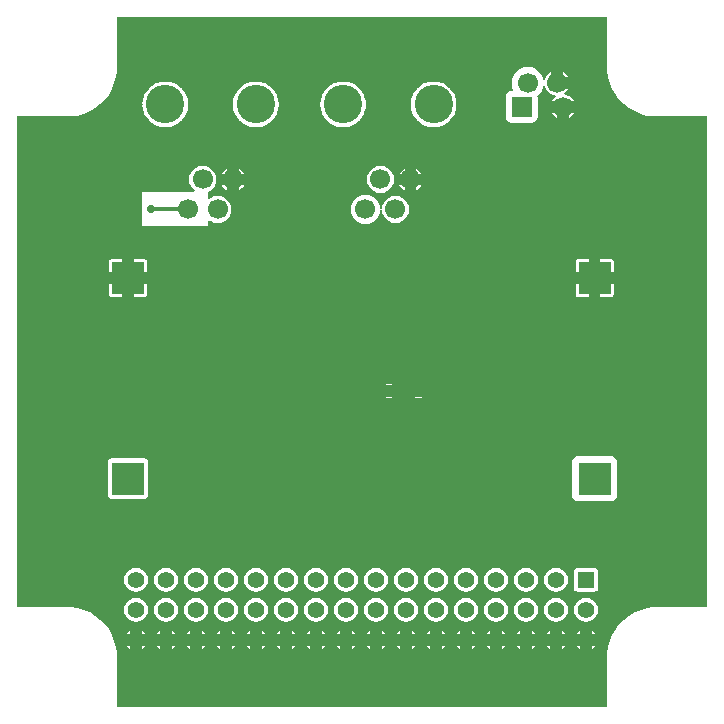
<source format=gbl>
G04 Layer_Physical_Order=2*
G04 Layer_Color=16711680*
%FSLAX43Y43*%
%MOMM*%
G71*
G01*
G75*
%ADD10C,0.300*%
%ADD18C,1.700*%
%ADD19C,3.250*%
%ADD20C,1.400*%
%ADD21R,1.400X1.400*%
%ADD22R,1.700X1.700*%
%ADD23R,2.800X2.800*%
%ADD24C,0.700*%
G36*
X50270Y54405D02*
X50270Y54133D01*
X50341Y53595D01*
X50482Y53071D01*
X50689Y52569D01*
X50961Y52099D01*
X51291Y51668D01*
X51675Y51284D01*
X52106Y50954D01*
X52576Y50682D01*
X53078Y50475D01*
X53602Y50334D01*
X54140Y50263D01*
X54412Y50263D01*
X54412Y50263D01*
X58694Y50263D01*
Y8687D01*
X54412Y8687D01*
Y8687D01*
X54412Y8687D01*
X54140Y8687D01*
X53602Y8616D01*
X53078Y8475D01*
X52576Y8268D01*
X52106Y7996D01*
X51675Y7666D01*
X51291Y7282D01*
X50961Y6851D01*
X50689Y6381D01*
X50482Y5879D01*
X50341Y5355D01*
X50270Y4817D01*
X50270Y4545D01*
X50270Y281D01*
X8730D01*
X8730Y4545D01*
X8730Y4817D01*
X8659Y5355D01*
X8518Y5879D01*
X8311Y6381D01*
X8039Y6851D01*
X7709Y7282D01*
X7325Y7666D01*
X6894Y7996D01*
X6424Y8268D01*
X5922Y8475D01*
X5398Y8616D01*
X4860Y8687D01*
X4588Y8687D01*
X4588Y8687D01*
X4588Y8687D01*
X306Y8687D01*
Y50263D01*
X4588Y50263D01*
X4588Y50263D01*
X4588Y50263D01*
X4860Y50263D01*
X5398Y50334D01*
X5922Y50475D01*
X6424Y50682D01*
X6894Y50954D01*
X7325Y51284D01*
X7709Y51668D01*
X8039Y52099D01*
X8311Y52569D01*
X8518Y53071D01*
X8659Y53595D01*
X8730Y54133D01*
X8730Y54405D01*
X8730Y58669D01*
X50270D01*
X50270Y54405D01*
D02*
G37*
%LPC*%
G36*
X40340Y6696D02*
X40198Y6587D01*
X40089Y6445D01*
X40340D01*
Y6696D01*
D02*
G37*
G36*
X30180Y6696D02*
X30038Y6587D01*
X29929Y6445D01*
X30180D01*
Y6696D01*
D02*
G37*
G36*
X20020Y6696D02*
X19878Y6587D01*
X19769Y6445D01*
X20020D01*
Y6696D01*
D02*
G37*
G36*
X25100Y6696D02*
X24958Y6587D01*
X24849Y6445D01*
X25100D01*
Y6696D01*
D02*
G37*
G36*
X41340Y6696D02*
Y6445D01*
X41591D01*
X41482Y6587D01*
X41340Y6696D01*
D02*
G37*
G36*
X31180Y6696D02*
Y6445D01*
X31431D01*
X31322Y6587D01*
X31180Y6696D01*
D02*
G37*
G36*
X26100Y6696D02*
Y6445D01*
X26351D01*
X26242Y6587D01*
X26100Y6696D01*
D02*
G37*
G36*
X21020Y6696D02*
Y6445D01*
X21271D01*
X21162Y6587D01*
X21020Y6696D01*
D02*
G37*
G36*
X37800Y6696D02*
X37658Y6587D01*
X37549Y6445D01*
X37800D01*
Y6696D01*
D02*
G37*
G36*
X27640D02*
X27498Y6587D01*
X27389Y6445D01*
X27640D01*
Y6696D01*
D02*
G37*
G36*
X32720Y6696D02*
X32578Y6587D01*
X32469Y6445D01*
X32720D01*
Y6696D01*
D02*
G37*
G36*
X33720D02*
Y6445D01*
X33971D01*
X33862Y6587D01*
X33720Y6696D01*
D02*
G37*
G36*
X47960Y6696D02*
X47818Y6587D01*
X47709Y6445D01*
X47960D01*
Y6696D01*
D02*
G37*
G36*
X48960D02*
Y6445D01*
X49211D01*
X49102Y6587D01*
X48960Y6696D01*
D02*
G37*
G36*
X38800D02*
Y6445D01*
X39051D01*
X38942Y6587D01*
X38800Y6696D01*
D02*
G37*
G36*
X28640D02*
Y6445D01*
X28891D01*
X28782Y6587D01*
X28640Y6696D01*
D02*
G37*
G36*
X45420Y6696D02*
X45278Y6587D01*
X45169Y6445D01*
X45420D01*
Y6696D01*
D02*
G37*
G36*
X46420D02*
Y6445D01*
X46671D01*
X46562Y6587D01*
X46420Y6696D01*
D02*
G37*
G36*
X12400Y6696D02*
X12258Y6587D01*
X12149Y6445D01*
X12400D01*
Y6696D01*
D02*
G37*
G36*
X13400D02*
Y6445D01*
X13651D01*
X13542Y6587D01*
X13400Y6696D01*
D02*
G37*
G36*
X35260Y6696D02*
X35118Y6587D01*
X35009Y6445D01*
X35260D01*
Y6696D01*
D02*
G37*
G36*
X36260Y6696D02*
Y6445D01*
X36511D01*
X36402Y6587D01*
X36260Y6696D01*
D02*
G37*
G36*
X22560Y6696D02*
X22418Y6587D01*
X22309Y6445D01*
X22560D01*
Y6696D01*
D02*
G37*
G36*
X23560Y6696D02*
Y6445D01*
X23811D01*
X23702Y6587D01*
X23560Y6696D01*
D02*
G37*
G36*
X9860Y6696D02*
X9718Y6587D01*
X9609Y6445D01*
X9860D01*
Y6696D01*
D02*
G37*
G36*
X14940D02*
X14798Y6587D01*
X14689Y6445D01*
X14940D01*
Y6696D01*
D02*
G37*
G36*
X17480D02*
X17338Y6587D01*
X17229Y6445D01*
X17480D01*
Y6696D01*
D02*
G37*
G36*
X42880D02*
X42738Y6587D01*
X42629Y6445D01*
X42880D01*
Y6696D01*
D02*
G37*
G36*
X15940D02*
Y6445D01*
X16191D01*
X16082Y6587D01*
X15940Y6696D01*
D02*
G37*
G36*
X18480D02*
Y6445D01*
X18731D01*
X18622Y6587D01*
X18480Y6696D01*
D02*
G37*
G36*
X10860D02*
Y6445D01*
X11111D01*
X11002Y6587D01*
X10860Y6696D01*
D02*
G37*
G36*
X43880D02*
Y6445D01*
X44131D01*
X44022Y6587D01*
X43880Y6696D01*
D02*
G37*
G36*
X20020Y5445D02*
X19769D01*
X19878Y5303D01*
X20020Y5194D01*
Y5445D01*
D02*
G37*
G36*
X40340D02*
X40089D01*
X40198Y5303D01*
X40340Y5194D01*
Y5445D01*
D02*
G37*
G36*
X27640Y5445D02*
X27389D01*
X27498Y5303D01*
X27640Y5194D01*
Y5445D01*
D02*
G37*
G36*
X37800D02*
X37549D01*
X37658Y5303D01*
X37800Y5194D01*
Y5445D01*
D02*
G37*
G36*
X14940Y5445D02*
X14689D01*
X14798Y5303D01*
X14940Y5194D01*
Y5445D01*
D02*
G37*
G36*
X17480D02*
X17229D01*
X17338Y5303D01*
X17480Y5194D01*
Y5445D01*
D02*
G37*
G36*
X21271Y5445D02*
X21020D01*
Y5194D01*
X21162Y5303D01*
X21271Y5445D01*
D02*
G37*
G36*
X41591D02*
X41340D01*
Y5194D01*
X41482Y5303D01*
X41591Y5445D01*
D02*
G37*
G36*
X28891Y5445D02*
X28640D01*
Y5194D01*
X28782Y5303D01*
X28891Y5445D01*
D02*
G37*
G36*
X39051D02*
X38800D01*
Y5194D01*
X38942Y5303D01*
X39051Y5445D01*
D02*
G37*
G36*
X32720Y5445D02*
X32469D01*
X32578Y5303D01*
X32720Y5194D01*
Y5445D01*
D02*
G37*
G36*
X33971D02*
X33720D01*
Y5194D01*
X33862Y5303D01*
X33971Y5445D01*
D02*
G37*
G36*
X30180Y5445D02*
X29929D01*
X30038Y5303D01*
X30180Y5194D01*
Y5445D01*
D02*
G37*
G36*
X26351D02*
X26100D01*
Y5194D01*
X26242Y5303D01*
X26351Y5445D01*
D02*
G37*
G36*
X47960Y5445D02*
X47709D01*
X47818Y5303D01*
X47960Y5194D01*
Y5445D01*
D02*
G37*
G36*
X49211D02*
X48960D01*
Y5194D01*
X49102Y5303D01*
X49211Y5445D01*
D02*
G37*
G36*
X45420Y5445D02*
X45169D01*
X45278Y5303D01*
X45420Y5194D01*
Y5445D01*
D02*
G37*
G36*
X46671D02*
X46420D01*
Y5194D01*
X46562Y5303D01*
X46671Y5445D01*
D02*
G37*
G36*
X12400Y5445D02*
X12149D01*
X12258Y5303D01*
X12400Y5194D01*
Y5445D01*
D02*
G37*
G36*
X13651D02*
X13400D01*
Y5194D01*
X13542Y5303D01*
X13651Y5445D01*
D02*
G37*
G36*
X23811Y5445D02*
X23560D01*
Y5194D01*
X23702Y5303D01*
X23811Y5445D01*
D02*
G37*
G36*
X36511Y5445D02*
X36260D01*
Y5194D01*
X36402Y5303D01*
X36511Y5445D01*
D02*
G37*
G36*
X22560Y5445D02*
X22309D01*
X22418Y5303D01*
X22560Y5194D01*
Y5445D01*
D02*
G37*
G36*
X35260Y5445D02*
X35009D01*
X35118Y5303D01*
X35260Y5194D01*
Y5445D01*
D02*
G37*
G36*
X11111Y5445D02*
X10860D01*
Y5194D01*
X11002Y5303D01*
X11111Y5445D01*
D02*
G37*
G36*
X16191D02*
X15940D01*
Y5194D01*
X16082Y5303D01*
X16191Y5445D01*
D02*
G37*
G36*
X42880D02*
X42629D01*
X42738Y5303D01*
X42880Y5194D01*
Y5445D01*
D02*
G37*
G36*
X9860D02*
X9609D01*
X9718Y5303D01*
X9860Y5194D01*
Y5445D01*
D02*
G37*
G36*
X25100Y5445D02*
X24849D01*
X24958Y5303D01*
X25100Y5194D01*
Y5445D01*
D02*
G37*
G36*
X31431D02*
X31180D01*
Y5194D01*
X31322Y5303D01*
X31431Y5445D01*
D02*
G37*
G36*
X18731Y5445D02*
X18480D01*
Y5194D01*
X18622Y5303D01*
X18731Y5445D01*
D02*
G37*
G36*
X44131D02*
X43880D01*
Y5194D01*
X44022Y5303D01*
X44131Y5445D01*
D02*
G37*
G36*
X9185Y38204D02*
X8285D01*
X8207Y38188D01*
X8141Y38144D01*
X8097Y38078D01*
X8081Y38000D01*
Y37100D01*
X9185D01*
Y38204D01*
D02*
G37*
G36*
X50585D02*
X49685D01*
Y37100D01*
X50789D01*
Y38000D01*
X50773Y38078D01*
X50729Y38144D01*
X50663Y38188D01*
X50585Y38204D01*
D02*
G37*
G36*
X50789Y36100D02*
X49685D01*
Y34996D01*
X50585D01*
X50663Y35012D01*
X50729Y35056D01*
X50773Y35122D01*
X50789Y35200D01*
Y36100D01*
D02*
G37*
G36*
X48685Y38204D02*
X47785D01*
X47707Y38188D01*
X47641Y38144D01*
X47597Y38078D01*
X47581Y38000D01*
Y37100D01*
X48685D01*
Y38204D01*
D02*
G37*
G36*
X29785Y43646D02*
X29459Y43603D01*
X29155Y43477D01*
X28893Y43276D01*
X28693Y43015D01*
X28567Y42711D01*
X28524Y42385D01*
X28567Y42059D01*
X28693Y41755D01*
X28893Y41493D01*
X29155Y41293D01*
X29459Y41167D01*
X29785Y41124D01*
X30111Y41167D01*
X30415Y41293D01*
X30677Y41493D01*
X30877Y41755D01*
X31003Y42059D01*
X31034Y42295D01*
X31041Y42352D01*
X31169D01*
X31177Y42295D01*
X31205Y42085D01*
X31320Y41805D01*
X31505Y41565D01*
X31745Y41380D01*
X32025Y41265D01*
X32325Y41225D01*
X32625Y41265D01*
X32905Y41380D01*
X33145Y41565D01*
X33330Y41805D01*
X33445Y42085D01*
X33485Y42385D01*
X33445Y42685D01*
X33330Y42965D01*
X33145Y43205D01*
X32905Y43390D01*
X32625Y43505D01*
X32325Y43545D01*
X32025Y43505D01*
X31745Y43390D01*
X31505Y43205D01*
X31320Y42965D01*
X31205Y42685D01*
X31177Y42475D01*
X31169Y42418D01*
X31041D01*
X31034Y42475D01*
X31003Y42711D01*
X30877Y43015D01*
X30677Y43276D01*
X30415Y43477D01*
X30111Y43603D01*
X29785Y43646D01*
D02*
G37*
G36*
X31055Y46085D02*
X30755Y46045D01*
X30475Y45930D01*
X30235Y45745D01*
X30050Y45505D01*
X29935Y45225D01*
X29895Y44925D01*
X29935Y44625D01*
X30050Y44345D01*
X30235Y44105D01*
X30475Y43920D01*
X30755Y43805D01*
X31055Y43765D01*
X31355Y43805D01*
X31635Y43920D01*
X31875Y44105D01*
X32060Y44345D01*
X32175Y44625D01*
X32215Y44925D01*
X32175Y45225D01*
X32060Y45505D01*
X31875Y45745D01*
X31635Y45930D01*
X31355Y46045D01*
X31055Y46085D01*
D02*
G37*
G36*
X11085Y38204D02*
X10185D01*
Y37100D01*
X11289D01*
Y38000D01*
X11273Y38078D01*
X11229Y38144D01*
X11163Y38188D01*
X11085Y38204D01*
D02*
G37*
G36*
X16005Y46085D02*
X15705Y46045D01*
X15425Y45930D01*
X15185Y45745D01*
X15000Y45505D01*
X14885Y45225D01*
X14845Y44925D01*
X14885Y44625D01*
X15000Y44345D01*
X15185Y44105D01*
X15319Y44002D01*
X15276Y43875D01*
X10910D01*
Y41025D01*
X16450D01*
Y41408D01*
X16577Y41471D01*
X16695Y41380D01*
X16975Y41265D01*
X17275Y41225D01*
X17575Y41265D01*
X17855Y41380D01*
X18095Y41565D01*
X18279Y41805D01*
X18395Y42085D01*
X18435Y42385D01*
X18395Y42685D01*
X18279Y42965D01*
X18095Y43205D01*
X17855Y43390D01*
X17575Y43505D01*
X17275Y43545D01*
X16975Y43505D01*
X16695Y43390D01*
X16577Y43299D01*
X16450Y43362D01*
Y43865D01*
X16585Y43920D01*
X16825Y44105D01*
X17010Y44345D01*
X17125Y44625D01*
X17165Y44925D01*
X17125Y45225D01*
X17010Y45505D01*
X16825Y45745D01*
X16585Y45930D01*
X16305Y46045D01*
X16005Y46085D01*
D02*
G37*
G36*
X34612Y26500D02*
X34021D01*
X34007Y26428D01*
X33955Y26418D01*
X33928Y26400D01*
X34519D01*
X34533Y26472D01*
X34585Y26482D01*
X34612Y26500D01*
D02*
G37*
G36*
X32049Y26500D02*
X31458D01*
X31485Y26482D01*
X31537Y26472D01*
X31551Y26400D01*
X32142D01*
X32115Y26418D01*
X32063Y26428D01*
X32049Y26500D01*
D02*
G37*
G36*
X50585Y21510D02*
X47785D01*
X47590Y21471D01*
X47425Y21360D01*
X47314Y21195D01*
X47275Y21000D01*
Y18200D01*
X47314Y18005D01*
X47425Y17840D01*
X47590Y17729D01*
X47785Y17690D01*
X50585D01*
X50780Y17729D01*
X50945Y17840D01*
X51056Y18005D01*
X51095Y18200D01*
Y21000D01*
X51056Y21195D01*
X50945Y21360D01*
X50780Y21471D01*
X50585Y21510D01*
D02*
G37*
G36*
X11085Y21306D02*
X8285D01*
X8168Y21283D01*
X8069Y21216D01*
X8002Y21117D01*
X7979Y21000D01*
Y18200D01*
X8002Y18083D01*
X8069Y17984D01*
X8168Y17917D01*
X8285Y17894D01*
X11085D01*
X11202Y17917D01*
X11301Y17984D01*
X11368Y18083D01*
X11391Y18200D01*
Y21000D01*
X11368Y21117D01*
X11301Y21216D01*
X11202Y21283D01*
X11085Y21306D01*
D02*
G37*
G36*
X11289Y36100D02*
X10185D01*
Y34996D01*
X11085D01*
X11163Y35012D01*
X11229Y35056D01*
X11273Y35122D01*
X11289Y35200D01*
Y36100D01*
D02*
G37*
G36*
X48685D02*
X47581D01*
Y35200D01*
X47597Y35122D01*
X47641Y35056D01*
X47707Y35012D01*
X47785Y34996D01*
X48685D01*
Y36100D01*
D02*
G37*
G36*
X32142Y27600D02*
X31551D01*
X31537Y27528D01*
X31485Y27518D01*
X31458Y27500D01*
X32049D01*
X32063Y27572D01*
X32115Y27582D01*
X32142Y27600D01*
D02*
G37*
G36*
X9185Y36100D02*
X8081D01*
Y35200D01*
X8097Y35122D01*
X8141Y35056D01*
X8207Y35012D01*
X8285Y34996D01*
X9185D01*
Y36100D01*
D02*
G37*
G36*
X43525Y54454D02*
X43173Y54408D01*
X42844Y54272D01*
X42562Y54056D01*
X42346Y53774D01*
X42210Y53445D01*
X42163Y53093D01*
X42210Y52740D01*
X42295Y52534D01*
X42224Y52429D01*
X42158D01*
X41963Y52390D01*
X41798Y52280D01*
X41687Y52114D01*
X41648Y51919D01*
Y50219D01*
X41687Y50024D01*
X41798Y49859D01*
X41963Y49748D01*
X42158Y49709D01*
X43858D01*
X44053Y49748D01*
X44218Y49859D01*
X44329Y50024D01*
X44368Y50219D01*
Y51919D01*
X44347Y52022D01*
X44488Y52130D01*
X44704Y52412D01*
X44840Y52740D01*
X44862Y52907D01*
X44990D01*
X45002Y52819D01*
X45108Y52563D01*
X45276Y52344D01*
X45495Y52176D01*
X45751Y52070D01*
X45860Y52055D01*
X45896Y51923D01*
X45759Y51818D01*
X45591Y51599D01*
X45579Y51569D01*
X47437D01*
X47425Y51599D01*
X47257Y51818D01*
X47038Y51986D01*
X46782Y52092D01*
X46673Y52106D01*
X46637Y52239D01*
X46774Y52344D01*
X46942Y52563D01*
X46954Y52593D01*
X46025D01*
Y53093D01*
X45525D01*
Y54022D01*
X45495Y54010D01*
X45276Y53842D01*
X45108Y53622D01*
X45002Y53367D01*
X44990Y53278D01*
X44862D01*
X44840Y53445D01*
X44704Y53774D01*
X44488Y54056D01*
X44206Y54272D01*
X43877Y54408D01*
X43525Y54454D01*
D02*
G37*
G36*
X12845Y53214D02*
X12830Y53211D01*
X12815Y53212D01*
X12496Y53181D01*
X12468Y53172D01*
X12438Y53169D01*
X12131Y53076D01*
X12105Y53062D01*
X12076Y53053D01*
X11794Y52902D01*
X11770Y52883D01*
X11744Y52869D01*
X11496Y52666D01*
X11477Y52643D01*
X11454Y52624D01*
X11251Y52376D01*
X11237Y52350D01*
X11218Y52326D01*
X11067Y52044D01*
X11058Y52015D01*
X11044Y51989D01*
X10951Y51682D01*
X10948Y51652D01*
X10939Y51624D01*
X10908Y51305D01*
X10911Y51275D01*
X10908Y51245D01*
X10939Y50926D01*
X10948Y50898D01*
X10951Y50868D01*
X11044Y50561D01*
X11058Y50535D01*
X11067Y50506D01*
X11218Y50224D01*
X11237Y50200D01*
X11251Y50174D01*
X11454Y49926D01*
X11477Y49907D01*
X11496Y49884D01*
X11744Y49681D01*
X11770Y49667D01*
X11794Y49648D01*
X12076Y49497D01*
X12105Y49488D01*
X12131Y49474D01*
X12438Y49381D01*
X12468Y49378D01*
X12496Y49369D01*
X12815Y49338D01*
X12830Y49339D01*
X12845Y49336D01*
X12860Y49339D01*
X12875Y49338D01*
X13194Y49369D01*
X13222Y49378D01*
X13252Y49381D01*
X13559Y49474D01*
X13585Y49488D01*
X13614Y49497D01*
X13896Y49648D01*
X13920Y49667D01*
X13946Y49681D01*
X14194Y49884D01*
X14213Y49907D01*
X14236Y49926D01*
X14439Y50174D01*
X14453Y50200D01*
X14472Y50224D01*
X14623Y50506D01*
X14632Y50535D01*
X14646Y50561D01*
X14739Y50868D01*
X14742Y50898D01*
X14751Y50926D01*
X14782Y51245D01*
X14779Y51275D01*
X14782Y51305D01*
X14751Y51624D01*
X14742Y51652D01*
X14739Y51682D01*
X14646Y51989D01*
X14632Y52015D01*
X14623Y52044D01*
X14472Y52326D01*
X14453Y52350D01*
X14439Y52376D01*
X14236Y52624D01*
X14213Y52643D01*
X14194Y52666D01*
X13946Y52869D01*
X13920Y52883D01*
X13896Y52902D01*
X13614Y53053D01*
X13585Y53062D01*
X13559Y53076D01*
X13252Y53169D01*
X13222Y53172D01*
X13194Y53181D01*
X12875Y53212D01*
X12860Y53211D01*
X12845Y53214D01*
D02*
G37*
G36*
X46008Y50569D02*
X45579D01*
X45591Y50540D01*
X45759Y50320D01*
X45978Y50152D01*
X46008Y50140D01*
Y50569D01*
D02*
G37*
G36*
X47437D02*
X47008D01*
Y50140D01*
X47038Y50152D01*
X47257Y50320D01*
X47425Y50540D01*
X47437Y50569D01*
D02*
G37*
G36*
X35550Y53214D02*
X35535Y53211D01*
X35520Y53212D01*
X35201Y53181D01*
X35173Y53172D01*
X35143Y53169D01*
X34836Y53076D01*
X34810Y53062D01*
X34781Y53053D01*
X34499Y52902D01*
X34475Y52883D01*
X34449Y52869D01*
X34201Y52666D01*
X34182Y52643D01*
X34159Y52624D01*
X33956Y52376D01*
X33942Y52350D01*
X33923Y52326D01*
X33772Y52044D01*
X33763Y52015D01*
X33749Y51989D01*
X33656Y51682D01*
X33653Y51652D01*
X33644Y51624D01*
X33613Y51305D01*
X33616Y51275D01*
X33613Y51245D01*
X33644Y50926D01*
X33653Y50898D01*
X33656Y50868D01*
X33749Y50561D01*
X33763Y50535D01*
X33772Y50506D01*
X33923Y50224D01*
X33942Y50200D01*
X33956Y50174D01*
X34159Y49926D01*
X34182Y49907D01*
X34201Y49884D01*
X34449Y49681D01*
X34475Y49667D01*
X34499Y49648D01*
X34781Y49497D01*
X34810Y49488D01*
X34836Y49474D01*
X35143Y49381D01*
X35173Y49378D01*
X35201Y49369D01*
X35520Y49338D01*
X35535Y49339D01*
X35550Y49336D01*
X35565Y49339D01*
X35580Y49338D01*
X35899Y49369D01*
X35927Y49378D01*
X35957Y49381D01*
X36264Y49474D01*
X36290Y49488D01*
X36319Y49497D01*
X36601Y49648D01*
X36625Y49667D01*
X36651Y49681D01*
X36899Y49884D01*
X36918Y49907D01*
X36941Y49926D01*
X37144Y50174D01*
X37158Y50200D01*
X37177Y50224D01*
X37328Y50506D01*
X37337Y50535D01*
X37351Y50561D01*
X37444Y50868D01*
X37447Y50898D01*
X37456Y50926D01*
X37487Y51245D01*
X37484Y51275D01*
X37487Y51305D01*
X37456Y51624D01*
X37447Y51652D01*
X37444Y51682D01*
X37351Y51989D01*
X37337Y52015D01*
X37328Y52044D01*
X37177Y52326D01*
X37158Y52350D01*
X37144Y52376D01*
X36941Y52624D01*
X36918Y52643D01*
X36899Y52666D01*
X36651Y52869D01*
X36625Y52883D01*
X36601Y52902D01*
X36319Y53053D01*
X36290Y53062D01*
X36264Y53076D01*
X35957Y53169D01*
X35927Y53172D01*
X35899Y53181D01*
X35580Y53212D01*
X35565Y53211D01*
X35550Y53214D01*
D02*
G37*
G36*
X46525Y54022D02*
Y53593D01*
X46954D01*
X46942Y53622D01*
X46774Y53842D01*
X46555Y54010D01*
X46525Y54022D01*
D02*
G37*
G36*
X20500Y53214D02*
X20485Y53211D01*
X20470Y53212D01*
X20151Y53181D01*
X20123Y53172D01*
X20093Y53169D01*
X19786Y53076D01*
X19760Y53062D01*
X19731Y53053D01*
X19449Y52902D01*
X19425Y52883D01*
X19399Y52869D01*
X19151Y52666D01*
X19132Y52643D01*
X19109Y52624D01*
X18906Y52376D01*
X18892Y52350D01*
X18873Y52326D01*
X18722Y52044D01*
X18713Y52015D01*
X18699Y51989D01*
X18606Y51682D01*
X18603Y51652D01*
X18594Y51624D01*
X18563Y51305D01*
X18566Y51275D01*
X18563Y51245D01*
X18594Y50926D01*
X18603Y50898D01*
X18606Y50868D01*
X18699Y50561D01*
X18713Y50535D01*
X18722Y50506D01*
X18873Y50224D01*
X18892Y50200D01*
X18906Y50174D01*
X19109Y49926D01*
X19132Y49907D01*
X19151Y49884D01*
X19399Y49681D01*
X19425Y49667D01*
X19449Y49648D01*
X19731Y49497D01*
X19760Y49488D01*
X19786Y49474D01*
X20093Y49381D01*
X20123Y49378D01*
X20151Y49369D01*
X20470Y49338D01*
X20485Y49339D01*
X20500Y49336D01*
X20515Y49339D01*
X20530Y49338D01*
X20849Y49369D01*
X20877Y49378D01*
X20907Y49381D01*
X21214Y49474D01*
X21240Y49488D01*
X21269Y49497D01*
X21551Y49648D01*
X21575Y49667D01*
X21601Y49681D01*
X21849Y49884D01*
X21868Y49907D01*
X21891Y49926D01*
X22094Y50174D01*
X22108Y50200D01*
X22127Y50224D01*
X22278Y50506D01*
X22287Y50535D01*
X22301Y50561D01*
X22394Y50868D01*
X22397Y50898D01*
X22406Y50926D01*
X22437Y51245D01*
X22434Y51275D01*
X22437Y51305D01*
X22406Y51624D01*
X22397Y51652D01*
X22394Y51682D01*
X22301Y51989D01*
X22287Y52015D01*
X22278Y52044D01*
X22127Y52326D01*
X22108Y52350D01*
X22094Y52376D01*
X21891Y52624D01*
X21868Y52643D01*
X21849Y52666D01*
X21601Y52869D01*
X21575Y52883D01*
X21551Y52902D01*
X21269Y53053D01*
X21240Y53062D01*
X21214Y53076D01*
X20907Y53169D01*
X20877Y53172D01*
X20849Y53181D01*
X20530Y53212D01*
X20515Y53211D01*
X20500Y53214D01*
D02*
G37*
G36*
X27895D02*
X27880Y53211D01*
X27865Y53212D01*
X27546Y53181D01*
X27518Y53172D01*
X27488Y53169D01*
X27181Y53076D01*
X27155Y53062D01*
X27126Y53053D01*
X26844Y52902D01*
X26820Y52883D01*
X26794Y52869D01*
X26546Y52666D01*
X26527Y52643D01*
X26504Y52624D01*
X26301Y52376D01*
X26287Y52350D01*
X26268Y52326D01*
X26117Y52044D01*
X26108Y52015D01*
X26094Y51989D01*
X26001Y51682D01*
X25998Y51652D01*
X25989Y51624D01*
X25958Y51305D01*
X25961Y51275D01*
X25958Y51245D01*
X25989Y50926D01*
X25998Y50898D01*
X26001Y50868D01*
X26094Y50561D01*
X26108Y50535D01*
X26117Y50506D01*
X26268Y50224D01*
X26287Y50200D01*
X26301Y50174D01*
X26504Y49926D01*
X26527Y49907D01*
X26546Y49884D01*
X26794Y49681D01*
X26820Y49667D01*
X26844Y49648D01*
X27126Y49497D01*
X27155Y49488D01*
X27181Y49474D01*
X27488Y49381D01*
X27518Y49378D01*
X27546Y49369D01*
X27865Y49338D01*
X27880Y49339D01*
X27895Y49336D01*
X27910Y49339D01*
X27925Y49338D01*
X28244Y49369D01*
X28272Y49378D01*
X28302Y49381D01*
X28609Y49474D01*
X28635Y49488D01*
X28664Y49497D01*
X28946Y49648D01*
X28970Y49667D01*
X28996Y49681D01*
X29244Y49884D01*
X29263Y49907D01*
X29286Y49926D01*
X29489Y50174D01*
X29503Y50200D01*
X29522Y50224D01*
X29673Y50506D01*
X29682Y50535D01*
X29696Y50561D01*
X29789Y50868D01*
X29792Y50898D01*
X29801Y50926D01*
X29832Y51245D01*
X29829Y51275D01*
X29832Y51305D01*
X29801Y51624D01*
X29792Y51652D01*
X29789Y51682D01*
X29696Y51989D01*
X29682Y52015D01*
X29673Y52044D01*
X29522Y52326D01*
X29503Y52350D01*
X29489Y52376D01*
X29286Y52624D01*
X29263Y52643D01*
X29244Y52666D01*
X28996Y52869D01*
X28970Y52883D01*
X28946Y52902D01*
X28664Y53053D01*
X28635Y53062D01*
X28609Y53076D01*
X28302Y53169D01*
X28272Y53172D01*
X28244Y53181D01*
X27925Y53212D01*
X27910Y53211D01*
X27895Y53214D01*
D02*
G37*
G36*
X19474Y44425D02*
X19045D01*
Y43996D01*
X19075Y44008D01*
X19294Y44176D01*
X19462Y44395D01*
X19474Y44425D01*
D02*
G37*
G36*
X34524D02*
X34095D01*
Y43996D01*
X34125Y44008D01*
X34344Y44176D01*
X34512Y44395D01*
X34524Y44425D01*
D02*
G37*
G36*
X33095D02*
X32666D01*
X32678Y44395D01*
X32846Y44176D01*
X33065Y44008D01*
X33095Y43996D01*
Y44425D01*
D02*
G37*
G36*
X18045D02*
X17616D01*
X17628Y44395D01*
X17796Y44176D01*
X18015Y44008D01*
X18045Y43996D01*
Y44425D01*
D02*
G37*
G36*
X19045Y45854D02*
Y45425D01*
X19474D01*
X19462Y45455D01*
X19294Y45674D01*
X19075Y45842D01*
X19045Y45854D01*
D02*
G37*
G36*
X34095Y45854D02*
Y45425D01*
X34524D01*
X34512Y45455D01*
X34344Y45674D01*
X34125Y45842D01*
X34095Y45854D01*
D02*
G37*
G36*
X33095Y45854D02*
X33065Y45842D01*
X32846Y45674D01*
X32678Y45455D01*
X32666Y45425D01*
X33095D01*
Y45854D01*
D02*
G37*
G36*
X18045D02*
X18015Y45842D01*
X17796Y45674D01*
X17628Y45455D01*
X17616Y45425D01*
X18045D01*
Y45854D01*
D02*
G37*
G36*
X43380Y9494D02*
X43119Y9459D01*
X42876Y9358D01*
X42667Y9198D01*
X42506Y8989D01*
X42406Y8746D01*
X42371Y8485D01*
X42406Y8224D01*
X42506Y7981D01*
X42667Y7772D01*
X42876Y7611D01*
X43119Y7511D01*
X43380Y7476D01*
X43641Y7511D01*
X43884Y7611D01*
X44093Y7772D01*
X44253Y7981D01*
X44354Y8224D01*
X44389Y8485D01*
X44354Y8746D01*
X44253Y8989D01*
X44093Y9198D01*
X43884Y9358D01*
X43641Y9459D01*
X43380Y9494D01*
D02*
G37*
G36*
X48460D02*
X48199Y9459D01*
X47956Y9358D01*
X47747Y9198D01*
X47586Y8989D01*
X47486Y8746D01*
X47451Y8485D01*
X47486Y8224D01*
X47586Y7981D01*
X47747Y7772D01*
X47956Y7611D01*
X48199Y7511D01*
X48460Y7476D01*
X48721Y7511D01*
X48964Y7611D01*
X49173Y7772D01*
X49333Y7981D01*
X49434Y8224D01*
X49469Y8485D01*
X49434Y8746D01*
X49333Y8989D01*
X49173Y9198D01*
X48964Y9358D01*
X48721Y9459D01*
X48460Y9494D01*
D02*
G37*
G36*
X30680D02*
X30419Y9459D01*
X30176Y9358D01*
X29967Y9198D01*
X29806Y8989D01*
X29706Y8746D01*
X29671Y8485D01*
X29706Y8224D01*
X29806Y7981D01*
X29967Y7772D01*
X30176Y7611D01*
X30419Y7511D01*
X30680Y7476D01*
X30941Y7511D01*
X31184Y7611D01*
X31393Y7772D01*
X31553Y7981D01*
X31654Y8224D01*
X31689Y8485D01*
X31654Y8746D01*
X31553Y8989D01*
X31393Y9198D01*
X31184Y9358D01*
X30941Y9459D01*
X30680Y9494D01*
D02*
G37*
G36*
X35760D02*
X35499Y9459D01*
X35256Y9358D01*
X35047Y9198D01*
X34887Y8989D01*
X34786Y8746D01*
X34751Y8485D01*
X34786Y8224D01*
X34887Y7981D01*
X35047Y7772D01*
X35256Y7611D01*
X35499Y7511D01*
X35760Y7476D01*
X36021Y7511D01*
X36264Y7611D01*
X36473Y7772D01*
X36633Y7981D01*
X36734Y8224D01*
X36769Y8485D01*
X36734Y8746D01*
X36633Y8989D01*
X36473Y9198D01*
X36264Y9358D01*
X36021Y9459D01*
X35760Y9494D01*
D02*
G37*
G36*
X15440Y9494D02*
X15179Y9459D01*
X14936Y9358D01*
X14727Y9198D01*
X14566Y8989D01*
X14466Y8746D01*
X14431Y8485D01*
X14466Y8224D01*
X14566Y7981D01*
X14727Y7772D01*
X14936Y7612D01*
X15179Y7511D01*
X15440Y7476D01*
X15701Y7511D01*
X15944Y7612D01*
X16153Y7772D01*
X16313Y7981D01*
X16414Y8224D01*
X16449Y8485D01*
X16414Y8746D01*
X16313Y8989D01*
X16153Y9198D01*
X15944Y9358D01*
X15701Y9459D01*
X15440Y9494D01*
D02*
G37*
G36*
X40840D02*
X40579Y9459D01*
X40336Y9358D01*
X40127Y9198D01*
X39966Y8989D01*
X39866Y8746D01*
X39831Y8485D01*
X39866Y8224D01*
X39966Y7981D01*
X40127Y7772D01*
X40336Y7612D01*
X40579Y7511D01*
X40840Y7476D01*
X41101Y7511D01*
X41344Y7612D01*
X41553Y7772D01*
X41713Y7981D01*
X41814Y8224D01*
X41849Y8485D01*
X41814Y8746D01*
X41713Y8989D01*
X41553Y9198D01*
X41344Y9358D01*
X41101Y9459D01*
X40840Y9494D01*
D02*
G37*
G36*
X23060Y9494D02*
X22799Y9459D01*
X22556Y9358D01*
X22347Y9198D01*
X22186Y8989D01*
X22086Y8746D01*
X22051Y8485D01*
X22086Y8224D01*
X22186Y7981D01*
X22347Y7772D01*
X22556Y7612D01*
X22799Y7511D01*
X23060Y7476D01*
X23321Y7511D01*
X23564Y7612D01*
X23773Y7772D01*
X23933Y7981D01*
X24034Y8224D01*
X24069Y8485D01*
X24034Y8746D01*
X23933Y8989D01*
X23773Y9198D01*
X23564Y9358D01*
X23321Y9459D01*
X23060Y9494D01*
D02*
G37*
G36*
X45920D02*
X45659Y9459D01*
X45416Y9358D01*
X45207Y9198D01*
X45046Y8989D01*
X44946Y8746D01*
X44911Y8485D01*
X44946Y8224D01*
X45046Y7981D01*
X45207Y7772D01*
X45416Y7612D01*
X45659Y7511D01*
X45920Y7476D01*
X46181Y7511D01*
X46424Y7612D01*
X46633Y7772D01*
X46793Y7981D01*
X46894Y8224D01*
X46929Y8485D01*
X46894Y8746D01*
X46793Y8989D01*
X46633Y9198D01*
X46424Y9358D01*
X46181Y9459D01*
X45920Y9494D01*
D02*
G37*
G36*
X38300Y9494D02*
X38039Y9459D01*
X37796Y9358D01*
X37587Y9198D01*
X37426Y8989D01*
X37326Y8746D01*
X37291Y8485D01*
X37326Y8224D01*
X37426Y7981D01*
X37587Y7772D01*
X37796Y7611D01*
X38039Y7511D01*
X38300Y7476D01*
X38561Y7511D01*
X38804Y7611D01*
X39013Y7772D01*
X39173Y7981D01*
X39274Y8224D01*
X39309Y8485D01*
X39274Y8746D01*
X39173Y8989D01*
X39013Y9198D01*
X38804Y9358D01*
X38561Y9459D01*
X38300Y9494D01*
D02*
G37*
G36*
X25600Y9494D02*
X25339Y9459D01*
X25096Y9358D01*
X24887Y9198D01*
X24726Y8989D01*
X24626Y8746D01*
X24591Y8485D01*
X24626Y8224D01*
X24726Y7981D01*
X24887Y7772D01*
X25096Y7611D01*
X25339Y7511D01*
X25600Y7476D01*
X25861Y7511D01*
X26104Y7611D01*
X26313Y7772D01*
X26473Y7981D01*
X26574Y8224D01*
X26609Y8485D01*
X26574Y8746D01*
X26473Y8989D01*
X26313Y9198D01*
X26104Y9358D01*
X25861Y9459D01*
X25600Y9494D01*
D02*
G37*
G36*
X28140Y9494D02*
X27879Y9459D01*
X27636Y9358D01*
X27427Y9198D01*
X27266Y8989D01*
X27166Y8746D01*
X27131Y8485D01*
X27166Y8224D01*
X27266Y7981D01*
X27427Y7772D01*
X27636Y7611D01*
X27879Y7511D01*
X28140Y7476D01*
X28401Y7511D01*
X28644Y7611D01*
X28853Y7772D01*
X29013Y7981D01*
X29114Y8224D01*
X29149Y8485D01*
X29114Y8746D01*
X29013Y8989D01*
X28853Y9198D01*
X28644Y9358D01*
X28401Y9459D01*
X28140Y9494D01*
D02*
G37*
G36*
X12900Y9494D02*
X12639Y9459D01*
X12396Y9358D01*
X12187Y9198D01*
X12026Y8989D01*
X11926Y8746D01*
X11891Y8485D01*
X11926Y8224D01*
X12026Y7981D01*
X12187Y7772D01*
X12396Y7611D01*
X12639Y7511D01*
X12900Y7476D01*
X13161Y7511D01*
X13404Y7611D01*
X13613Y7772D01*
X13774Y7981D01*
X13874Y8224D01*
X13909Y8485D01*
X13874Y8746D01*
X13774Y8989D01*
X13613Y9198D01*
X13404Y9358D01*
X13161Y9459D01*
X12900Y9494D01*
D02*
G37*
G36*
X17980Y9494D02*
X17719Y9459D01*
X17476Y9358D01*
X17267Y9198D01*
X17106Y8989D01*
X17006Y8746D01*
X16971Y8485D01*
X17006Y8224D01*
X17106Y7981D01*
X17267Y7772D01*
X17476Y7611D01*
X17719Y7511D01*
X17980Y7476D01*
X18241Y7511D01*
X18484Y7611D01*
X18693Y7772D01*
X18853Y7981D01*
X18954Y8224D01*
X18989Y8485D01*
X18954Y8746D01*
X18853Y8989D01*
X18693Y9198D01*
X18484Y9358D01*
X18241Y9459D01*
X17980Y9494D01*
D02*
G37*
G36*
X20520D02*
X20259Y9459D01*
X20016Y9358D01*
X19807Y9198D01*
X19646Y8989D01*
X19546Y8746D01*
X19511Y8485D01*
X19546Y8224D01*
X19646Y7981D01*
X19807Y7772D01*
X20016Y7611D01*
X20259Y7511D01*
X20520Y7476D01*
X20781Y7511D01*
X21024Y7611D01*
X21233Y7772D01*
X21393Y7981D01*
X21494Y8224D01*
X21529Y8485D01*
X21494Y8746D01*
X21393Y8989D01*
X21233Y9198D01*
X21024Y9358D01*
X20781Y9459D01*
X20520Y9494D01*
D02*
G37*
G36*
X33220Y9494D02*
X32959Y9459D01*
X32716Y9358D01*
X32507Y9198D01*
X32346Y8989D01*
X32246Y8746D01*
X32211Y8485D01*
X32246Y8224D01*
X32346Y7981D01*
X32507Y7772D01*
X32716Y7611D01*
X32959Y7511D01*
X33220Y7476D01*
X33481Y7511D01*
X33724Y7611D01*
X33933Y7772D01*
X34093Y7981D01*
X34194Y8224D01*
X34229Y8485D01*
X34194Y8746D01*
X34093Y8989D01*
X33933Y9198D01*
X33724Y9358D01*
X33481Y9459D01*
X33220Y9494D01*
D02*
G37*
G36*
X10360Y9494D02*
X10099Y9459D01*
X9856Y9358D01*
X9647Y9198D01*
X9486Y8989D01*
X9386Y8746D01*
X9351Y8485D01*
X9386Y8224D01*
X9486Y7981D01*
X9647Y7772D01*
X9856Y7611D01*
X10099Y7511D01*
X10360Y7476D01*
X10621Y7511D01*
X10864Y7611D01*
X11073Y7772D01*
X11233Y7981D01*
X11334Y8224D01*
X11369Y8485D01*
X11334Y8746D01*
X11233Y8989D01*
X11073Y9198D01*
X10864Y9358D01*
X10621Y9459D01*
X10360Y9494D01*
D02*
G37*
G36*
X38300Y12034D02*
X38039Y11999D01*
X37796Y11899D01*
X37587Y11738D01*
X37426Y11529D01*
X37326Y11286D01*
X37291Y11025D01*
X37326Y10764D01*
X37426Y10521D01*
X37587Y10312D01*
X37796Y10151D01*
X38039Y10051D01*
X38300Y10016D01*
X38561Y10051D01*
X38804Y10151D01*
X39013Y10312D01*
X39173Y10521D01*
X39274Y10764D01*
X39309Y11025D01*
X39274Y11286D01*
X39173Y11529D01*
X39013Y11738D01*
X38804Y11899D01*
X38561Y11999D01*
X38300Y12034D01*
D02*
G37*
G36*
X43380D02*
X43119Y11999D01*
X42876Y11899D01*
X42667Y11738D01*
X42506Y11529D01*
X42406Y11286D01*
X42371Y11025D01*
X42406Y10764D01*
X42506Y10521D01*
X42667Y10312D01*
X42876Y10151D01*
X43119Y10051D01*
X43380Y10016D01*
X43641Y10051D01*
X43884Y10151D01*
X44093Y10312D01*
X44253Y10521D01*
X44354Y10764D01*
X44389Y11025D01*
X44354Y11286D01*
X44253Y11529D01*
X44093Y11738D01*
X43884Y11899D01*
X43641Y11999D01*
X43380Y12034D01*
D02*
G37*
G36*
X20520D02*
X20259Y11999D01*
X20016Y11899D01*
X19807Y11738D01*
X19646Y11529D01*
X19546Y11286D01*
X19511Y11025D01*
X19546Y10764D01*
X19646Y10521D01*
X19807Y10312D01*
X20016Y10151D01*
X20259Y10051D01*
X20520Y10016D01*
X20781Y10051D01*
X21024Y10151D01*
X21233Y10312D01*
X21393Y10521D01*
X21494Y10764D01*
X21529Y11025D01*
X21494Y11286D01*
X21393Y11529D01*
X21233Y11738D01*
X21024Y11899D01*
X20781Y11999D01*
X20520Y12034D01*
D02*
G37*
G36*
X28140D02*
X27879Y11999D01*
X27636Y11899D01*
X27427Y11738D01*
X27266Y11529D01*
X27166Y11286D01*
X27131Y11025D01*
X27166Y10764D01*
X27266Y10521D01*
X27427Y10312D01*
X27636Y10151D01*
X27879Y10051D01*
X28140Y10016D01*
X28401Y10051D01*
X28644Y10151D01*
X28853Y10312D01*
X29013Y10521D01*
X29114Y10764D01*
X29149Y11025D01*
X29114Y11286D01*
X29013Y11529D01*
X28853Y11738D01*
X28644Y11899D01*
X28401Y11999D01*
X28140Y12034D01*
D02*
G37*
G36*
X25600Y12034D02*
X25339Y11999D01*
X25096Y11899D01*
X24887Y11738D01*
X24726Y11529D01*
X24626Y11286D01*
X24591Y11025D01*
X24626Y10764D01*
X24726Y10521D01*
X24887Y10312D01*
X25096Y10152D01*
X25339Y10051D01*
X25600Y10016D01*
X25861Y10051D01*
X26104Y10152D01*
X26313Y10312D01*
X26473Y10521D01*
X26574Y10764D01*
X26609Y11025D01*
X26574Y11286D01*
X26473Y11529D01*
X26313Y11738D01*
X26104Y11899D01*
X25861Y11999D01*
X25600Y12034D01*
D02*
G37*
G36*
X49160Y12031D02*
X47760D01*
X47643Y12008D01*
X47544Y11941D01*
X47477Y11842D01*
X47454Y11725D01*
Y10325D01*
X47477Y10208D01*
X47544Y10109D01*
X47643Y10042D01*
X47760Y10019D01*
X49160D01*
X49277Y10042D01*
X49376Y10109D01*
X49443Y10208D01*
X49466Y10325D01*
Y11725D01*
X49443Y11842D01*
X49376Y11941D01*
X49277Y12008D01*
X49160Y12031D01*
D02*
G37*
G36*
X10360Y12034D02*
X10099Y11999D01*
X9856Y11899D01*
X9647Y11738D01*
X9486Y11529D01*
X9386Y11286D01*
X9351Y11025D01*
X9386Y10764D01*
X9486Y10521D01*
X9647Y10312D01*
X9856Y10152D01*
X10099Y10051D01*
X10360Y10016D01*
X10621Y10051D01*
X10864Y10152D01*
X11073Y10312D01*
X11233Y10521D01*
X11334Y10764D01*
X11369Y11025D01*
X11334Y11286D01*
X11233Y11529D01*
X11073Y11738D01*
X10864Y11899D01*
X10621Y11999D01*
X10360Y12034D01*
D02*
G37*
G36*
X33220Y12034D02*
X32959Y11999D01*
X32716Y11899D01*
X32507Y11738D01*
X32346Y11529D01*
X32246Y11286D01*
X32211Y11025D01*
X32246Y10764D01*
X32346Y10521D01*
X32507Y10312D01*
X32716Y10152D01*
X32959Y10051D01*
X33220Y10016D01*
X33481Y10051D01*
X33724Y10152D01*
X33933Y10312D01*
X34093Y10521D01*
X34194Y10764D01*
X34229Y11025D01*
X34194Y11286D01*
X34093Y11529D01*
X33933Y11738D01*
X33724Y11899D01*
X33481Y11999D01*
X33220Y12034D01*
D02*
G37*
G36*
X35760Y12034D02*
X35499Y11999D01*
X35256Y11898D01*
X35047Y11738D01*
X34886Y11529D01*
X34786Y11286D01*
X34751Y11025D01*
X34786Y10764D01*
X34886Y10521D01*
X35047Y10312D01*
X35256Y10151D01*
X35499Y10051D01*
X35760Y10016D01*
X36021Y10051D01*
X36264Y10151D01*
X36473Y10312D01*
X36633Y10521D01*
X36734Y10764D01*
X36769Y11025D01*
X36734Y11286D01*
X36633Y11529D01*
X36473Y11738D01*
X36264Y11898D01*
X36021Y11999D01*
X35760Y12034D01*
D02*
G37*
G36*
X17980Y12034D02*
X17719Y11999D01*
X17476Y11898D01*
X17267Y11738D01*
X17106Y11529D01*
X17006Y11286D01*
X16971Y11025D01*
X17006Y10764D01*
X17106Y10521D01*
X17267Y10312D01*
X17476Y10151D01*
X17719Y10051D01*
X17980Y10016D01*
X18241Y10051D01*
X18484Y10151D01*
X18693Y10312D01*
X18853Y10521D01*
X18954Y10764D01*
X18989Y11025D01*
X18954Y11286D01*
X18853Y11529D01*
X18693Y11738D01*
X18484Y11898D01*
X18241Y11999D01*
X17980Y12034D01*
D02*
G37*
G36*
X40840Y12034D02*
X40579Y11999D01*
X40336Y11898D01*
X40127Y11738D01*
X39966Y11529D01*
X39866Y11286D01*
X39831Y11025D01*
X39866Y10764D01*
X39966Y10521D01*
X40127Y10312D01*
X40336Y10151D01*
X40579Y10051D01*
X40840Y10016D01*
X41101Y10051D01*
X41344Y10151D01*
X41553Y10312D01*
X41713Y10521D01*
X41814Y10764D01*
X41849Y11025D01*
X41814Y11286D01*
X41713Y11529D01*
X41553Y11738D01*
X41344Y11898D01*
X41101Y11999D01*
X40840Y12034D01*
D02*
G37*
G36*
X15440Y12034D02*
X15179Y11999D01*
X14936Y11898D01*
X14727Y11738D01*
X14566Y11529D01*
X14466Y11286D01*
X14431Y11025D01*
X14466Y10764D01*
X14566Y10521D01*
X14727Y10312D01*
X14936Y10151D01*
X15179Y10051D01*
X15440Y10016D01*
X15701Y10051D01*
X15944Y10151D01*
X16153Y10312D01*
X16313Y10521D01*
X16414Y10764D01*
X16449Y11025D01*
X16414Y11286D01*
X16313Y11529D01*
X16153Y11738D01*
X15944Y11898D01*
X15701Y11999D01*
X15440Y12034D01*
D02*
G37*
G36*
X30680Y12034D02*
X30419Y11999D01*
X30176Y11898D01*
X29967Y11738D01*
X29806Y11529D01*
X29706Y11286D01*
X29671Y11025D01*
X29706Y10764D01*
X29806Y10521D01*
X29967Y10312D01*
X30176Y10151D01*
X30419Y10051D01*
X30680Y10016D01*
X30941Y10051D01*
X31184Y10151D01*
X31393Y10312D01*
X31553Y10521D01*
X31654Y10764D01*
X31689Y11025D01*
X31654Y11286D01*
X31553Y11529D01*
X31393Y11738D01*
X31184Y11898D01*
X30941Y11999D01*
X30680Y12034D01*
D02*
G37*
G36*
X12900Y12034D02*
X12639Y11999D01*
X12396Y11899D01*
X12187Y11738D01*
X12026Y11529D01*
X11926Y11286D01*
X11891Y11025D01*
X11926Y10764D01*
X12026Y10521D01*
X12187Y10312D01*
X12396Y10151D01*
X12639Y10051D01*
X12900Y10016D01*
X13161Y10051D01*
X13404Y10151D01*
X13613Y10312D01*
X13773Y10521D01*
X13874Y10764D01*
X13909Y11025D01*
X13874Y11286D01*
X13773Y11529D01*
X13613Y11738D01*
X13404Y11899D01*
X13161Y11999D01*
X12900Y12034D01*
D02*
G37*
G36*
X45920Y12034D02*
X45659Y11999D01*
X45416Y11898D01*
X45207Y11738D01*
X45046Y11529D01*
X44946Y11286D01*
X44911Y11025D01*
X44946Y10764D01*
X45046Y10521D01*
X45207Y10312D01*
X45416Y10151D01*
X45659Y10051D01*
X45920Y10016D01*
X46181Y10051D01*
X46424Y10151D01*
X46633Y10312D01*
X46793Y10521D01*
X46894Y10764D01*
X46929Y11025D01*
X46894Y11286D01*
X46793Y11529D01*
X46633Y11738D01*
X46424Y11898D01*
X46181Y11999D01*
X45920Y12034D01*
D02*
G37*
G36*
X23060Y12034D02*
X22799Y11999D01*
X22556Y11898D01*
X22347Y11738D01*
X22186Y11529D01*
X22086Y11286D01*
X22051Y11025D01*
X22086Y10764D01*
X22186Y10521D01*
X22347Y10312D01*
X22556Y10151D01*
X22799Y10051D01*
X23060Y10016D01*
X23321Y10051D01*
X23564Y10151D01*
X23773Y10312D01*
X23933Y10521D01*
X24034Y10764D01*
X24069Y11025D01*
X24034Y11286D01*
X23933Y11529D01*
X23773Y11738D01*
X23564Y11898D01*
X23321Y11999D01*
X23060Y12034D01*
D02*
G37*
%LPD*%
D10*
X11600Y42385D02*
X14735D01*
D18*
X46025Y53093D02*
D03*
X43525Y53093D02*
D03*
X14735Y42385D02*
D03*
X16005Y44925D02*
D03*
X17275Y42385D02*
D03*
X18545Y44925D02*
D03*
X29785Y42385D02*
D03*
X31055Y44925D02*
D03*
X32325Y42385D02*
D03*
X33595Y44925D02*
D03*
X46508Y51069D02*
D03*
D19*
X20500Y51275D02*
D03*
X12845D02*
D03*
X35550D02*
D03*
X27895D02*
D03*
D20*
X40840Y5945D02*
D03*
X43380Y5945D02*
D03*
X45920Y5945D02*
D03*
X48460Y5945D02*
D03*
X10360Y5945D02*
D03*
X12900Y5945D02*
D03*
X17980Y5945D02*
D03*
X15440D02*
D03*
X25600Y5945D02*
D03*
X28140Y5945D02*
D03*
X33220Y5945D02*
D03*
X30680Y5945D02*
D03*
X23060Y5945D02*
D03*
X20520Y5945D02*
D03*
X35760Y5945D02*
D03*
X38300Y5945D02*
D03*
X38300Y8485D02*
D03*
X35760Y8485D02*
D03*
X20520D02*
D03*
X23060Y8485D02*
D03*
X30680Y8485D02*
D03*
X33220Y8485D02*
D03*
X28140Y8485D02*
D03*
X25600Y8485D02*
D03*
X15440Y8485D02*
D03*
X17980Y8485D02*
D03*
X12900Y8485D02*
D03*
X10360Y8485D02*
D03*
X48460D02*
D03*
X45920Y8485D02*
D03*
X43380Y8485D02*
D03*
X40840Y8485D02*
D03*
X10360Y11025D02*
D03*
X12900Y11025D02*
D03*
X17980Y11025D02*
D03*
X15440Y11025D02*
D03*
X25600Y11025D02*
D03*
X28140Y11025D02*
D03*
X33220Y11025D02*
D03*
X30680Y11025D02*
D03*
X23060D02*
D03*
X20520Y11025D02*
D03*
X35760Y11025D02*
D03*
X43380Y11025D02*
D03*
X45920Y11025D02*
D03*
X40840Y11025D02*
D03*
X38300Y11025D02*
D03*
D21*
X48460Y11025D02*
D03*
D22*
X43008Y51069D02*
D03*
D23*
X9685Y36600D02*
D03*
Y19600D02*
D03*
X49185Y36600D02*
D03*
Y19600D02*
D03*
D24*
X31700Y20500D02*
D03*
X31900Y25900D02*
D03*
X34170Y25900D02*
D03*
X34370Y27000D02*
D03*
X31700Y27000D02*
D03*
X31900Y28100D02*
D03*
X28550Y27850D02*
D03*
X29945Y32200D02*
D03*
Y31300D02*
D03*
X41840Y26400D02*
D03*
X5750Y32232D02*
D03*
X11600Y42385D02*
D03*
M02*

</source>
